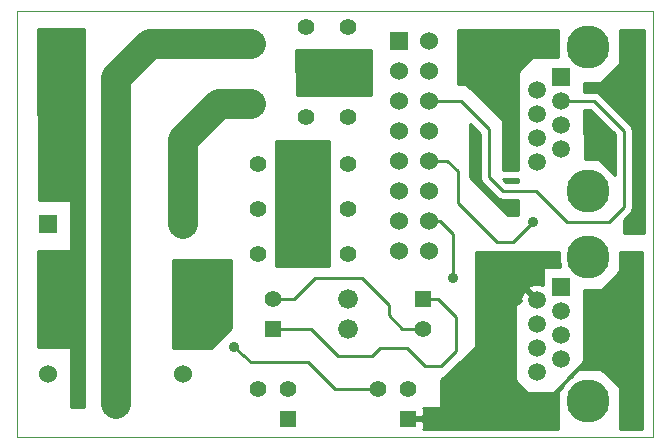
<source format=gtl>
G04 (created by PCBNEW (22-Jun-2014 BZR 4027)-stable) date Cts 25 Nis 2020 13:37:24 +03*
%MOIN*%
G04 Gerber Fmt 3.4, Leading zero omitted, Abs format*
%FSLAX34Y34*%
G01*
G70*
G90*
G04 APERTURE LIST*
%ADD10C,0.00590551*%
%ADD11C,0.00393701*%
%ADD12C,0.1437*%
%ADD13R,0.0591X0.0591*%
%ADD14C,0.0591*%
%ADD15R,0.055X0.055*%
%ADD16C,0.055*%
%ADD17R,0.06X0.06*%
%ADD18C,0.06*%
%ADD19C,0.066*%
%ADD20C,0.035*%
%ADD21C,0.01*%
%ADD22C,0.1*%
G04 APERTURE END LIST*
G54D10*
G54D11*
X6450Y-6400D02*
X6450Y-6450D01*
X27650Y-6400D02*
X27650Y-6450D01*
X6450Y-6400D02*
X27650Y-6400D01*
X6450Y-6500D02*
X6450Y-6450D01*
X6450Y-20600D02*
X6450Y-6500D01*
X27650Y-20600D02*
X6450Y-20600D01*
X27650Y-6450D02*
X27650Y-20600D01*
G54D12*
X25500Y-7600D03*
X25500Y-12400D03*
G54D13*
X24600Y-8600D03*
G54D14*
X23800Y-9050D03*
X24600Y-9400D03*
X23800Y-9850D03*
X24600Y-10200D03*
X23800Y-10650D03*
X24600Y-11000D03*
X23800Y-11450D03*
G54D15*
X19500Y-20000D03*
G54D16*
X19500Y-19000D03*
X18500Y-19000D03*
G54D15*
X15500Y-20000D03*
G54D16*
X15500Y-19000D03*
X14500Y-19000D03*
X17500Y-14500D03*
X14500Y-14500D03*
X17500Y-13000D03*
X14500Y-13000D03*
X16100Y-9950D03*
X16100Y-6950D03*
X17500Y-6950D03*
X17500Y-9950D03*
X17500Y-11500D03*
X14500Y-11500D03*
G54D17*
X19200Y-7400D03*
G54D18*
X20200Y-7400D03*
X19200Y-8400D03*
X20200Y-8400D03*
X19200Y-9400D03*
X20200Y-9400D03*
X19200Y-10400D03*
X20200Y-10400D03*
X19200Y-11400D03*
X20200Y-11400D03*
X19200Y-12400D03*
X20200Y-12400D03*
X19200Y-13400D03*
X20200Y-13400D03*
X19200Y-14400D03*
X20200Y-14400D03*
G54D19*
X17500Y-16000D03*
X17500Y-17000D03*
G54D15*
X15000Y-17000D03*
G54D16*
X15000Y-16000D03*
G54D15*
X20000Y-16000D03*
G54D16*
X20000Y-17000D03*
G54D12*
X25500Y-14600D03*
X25500Y-19400D03*
G54D13*
X24600Y-15600D03*
G54D14*
X23800Y-16050D03*
X24600Y-16400D03*
X23800Y-16850D03*
X24600Y-17200D03*
X23800Y-17650D03*
X24600Y-18000D03*
X23800Y-18450D03*
G54D17*
X14250Y-7500D03*
G54D18*
X14250Y-9500D03*
G54D17*
X7500Y-13500D03*
G54D18*
X7500Y-18500D03*
X9750Y-19500D03*
X12000Y-18500D03*
X12000Y-13500D03*
G54D20*
X21000Y-15300D03*
X23650Y-13450D03*
X13700Y-17600D03*
G54D21*
X15000Y-16000D02*
X15700Y-16000D01*
X19300Y-17000D02*
X20000Y-17000D01*
X18850Y-16550D02*
X19300Y-17000D01*
X18850Y-16200D02*
X18850Y-16550D01*
X17950Y-15300D02*
X18850Y-16200D01*
X16400Y-15300D02*
X17950Y-15300D01*
X15700Y-16000D02*
X16400Y-15300D01*
X21000Y-15300D02*
X21000Y-13850D01*
X21000Y-13850D02*
X20550Y-13400D01*
X20550Y-13400D02*
X20200Y-13400D01*
X20800Y-11400D02*
X20200Y-11400D01*
X21150Y-11750D02*
X20800Y-11400D01*
X21150Y-12800D02*
X21150Y-11750D01*
X22450Y-14100D02*
X21150Y-12800D01*
X23000Y-14100D02*
X22450Y-14100D01*
X23650Y-13450D02*
X23000Y-14100D01*
X24600Y-9400D02*
X25700Y-9400D01*
X21250Y-9400D02*
X20200Y-9400D01*
X22200Y-10350D02*
X21250Y-9400D01*
X22200Y-11950D02*
X22200Y-10350D01*
X22650Y-12400D02*
X22200Y-11950D01*
X23750Y-12400D02*
X22650Y-12400D01*
X24800Y-13450D02*
X23750Y-12400D01*
X26200Y-13450D02*
X24800Y-13450D01*
X26700Y-12950D02*
X26200Y-13450D01*
X26700Y-10400D02*
X26700Y-12950D01*
X25700Y-9400D02*
X26700Y-10400D01*
G54D22*
X9750Y-19500D02*
X9750Y-11750D01*
X9750Y-11750D02*
X9750Y-8650D01*
X9750Y-8650D02*
X10900Y-7500D01*
X10900Y-7500D02*
X14250Y-7500D01*
X13200Y-9500D02*
X14250Y-9500D01*
X12000Y-10700D02*
X13200Y-9500D01*
X12000Y-13500D02*
X12000Y-10700D01*
G54D21*
X17050Y-19000D02*
X18500Y-19000D01*
X16150Y-18100D02*
X17050Y-19000D01*
X14250Y-18100D02*
X16150Y-18100D01*
X13700Y-17600D02*
X14000Y-17870D01*
X14000Y-17870D02*
X14250Y-18100D01*
X15000Y-17000D02*
X16250Y-17000D01*
X20500Y-16000D02*
X20000Y-16000D01*
X21100Y-16600D02*
X20500Y-16000D01*
X21100Y-17750D02*
X21100Y-16600D01*
X20600Y-18250D02*
X21100Y-17750D01*
X20050Y-18250D02*
X20600Y-18250D01*
X19450Y-17650D02*
X20050Y-18250D01*
X18550Y-17650D02*
X19450Y-17650D01*
X18300Y-17900D02*
X18550Y-17650D01*
X17150Y-17900D02*
X18300Y-17900D01*
X16250Y-17000D02*
X17150Y-17900D01*
G54D10*
G36*
X27300Y-20350D02*
X26550Y-20350D01*
X26550Y-18928D01*
X25919Y-18350D01*
X25178Y-18350D01*
X24973Y-18569D01*
X24952Y-18578D01*
X24679Y-18850D01*
X24654Y-18911D01*
X24431Y-19150D01*
X24500Y-19150D01*
X24500Y-20350D01*
X20014Y-20350D01*
X20025Y-20324D01*
X20025Y-20112D01*
X19962Y-20050D01*
X19550Y-20050D01*
X19550Y-20057D01*
X19450Y-20057D01*
X19450Y-20050D01*
X19442Y-20050D01*
X19442Y-19950D01*
X19450Y-19950D01*
X19450Y-19942D01*
X19550Y-19942D01*
X19550Y-19950D01*
X19962Y-19950D01*
X20025Y-19887D01*
X20025Y-19675D01*
X20014Y-19650D01*
X20600Y-19650D01*
X20600Y-18721D01*
X21750Y-17621D01*
X21750Y-14450D01*
X24531Y-14450D01*
X24531Y-14791D01*
X24550Y-14836D01*
X24550Y-14950D01*
X24000Y-14950D01*
X24000Y-15542D01*
X23880Y-15499D01*
X23663Y-15510D01*
X23514Y-15572D01*
X23488Y-15667D01*
X23800Y-15979D01*
X23805Y-15973D01*
X23876Y-16044D01*
X23870Y-16050D01*
X23876Y-16055D01*
X23845Y-16086D01*
X23747Y-16079D01*
X23723Y-16055D01*
X23729Y-16050D01*
X23417Y-15738D01*
X23322Y-15764D01*
X23249Y-15969D01*
X23254Y-16071D01*
X23050Y-16225D01*
X23050Y-18720D01*
X23479Y-19150D01*
X24367Y-19150D01*
X25350Y-18069D01*
X25350Y-15700D01*
X25971Y-15700D01*
X26550Y-15069D01*
X26550Y-14450D01*
X27300Y-14450D01*
X27300Y-20350D01*
X27300Y-20350D01*
G37*
G54D21*
X27300Y-20350D02*
X26550Y-20350D01*
X26550Y-18928D01*
X25919Y-18350D01*
X25178Y-18350D01*
X24973Y-18569D01*
X24952Y-18578D01*
X24679Y-18850D01*
X24654Y-18911D01*
X24431Y-19150D01*
X24500Y-19150D01*
X24500Y-20350D01*
X20014Y-20350D01*
X20025Y-20324D01*
X20025Y-20112D01*
X19962Y-20050D01*
X19550Y-20050D01*
X19550Y-20057D01*
X19450Y-20057D01*
X19450Y-20050D01*
X19442Y-20050D01*
X19442Y-19950D01*
X19450Y-19950D01*
X19450Y-19942D01*
X19550Y-19942D01*
X19550Y-19950D01*
X19962Y-19950D01*
X20025Y-19887D01*
X20025Y-19675D01*
X20014Y-19650D01*
X20600Y-19650D01*
X20600Y-18721D01*
X21750Y-17621D01*
X21750Y-14450D01*
X24531Y-14450D01*
X24531Y-14791D01*
X24550Y-14836D01*
X24550Y-14950D01*
X24000Y-14950D01*
X24000Y-15542D01*
X23880Y-15499D01*
X23663Y-15510D01*
X23514Y-15572D01*
X23488Y-15667D01*
X23800Y-15979D01*
X23805Y-15973D01*
X23876Y-16044D01*
X23870Y-16050D01*
X23876Y-16055D01*
X23845Y-16086D01*
X23747Y-16079D01*
X23723Y-16055D01*
X23729Y-16050D01*
X23417Y-15738D01*
X23322Y-15764D01*
X23249Y-15969D01*
X23254Y-16071D01*
X23050Y-16225D01*
X23050Y-18720D01*
X23479Y-19150D01*
X24367Y-19150D01*
X25350Y-18069D01*
X25350Y-15700D01*
X25971Y-15700D01*
X26550Y-15069D01*
X26550Y-14450D01*
X27300Y-14450D01*
X27300Y-20350D01*
G54D10*
G36*
X24500Y-7950D02*
X23629Y-7950D01*
X23150Y-8429D01*
X23150Y-11700D01*
X22650Y-11700D01*
X22650Y-10028D01*
X21420Y-8850D01*
X21150Y-8850D01*
X21150Y-8350D01*
X21150Y-7050D01*
X24500Y-7050D01*
X24500Y-7950D01*
X24500Y-7950D01*
G37*
G54D21*
X24500Y-7950D02*
X23629Y-7950D01*
X23150Y-8429D01*
X23150Y-11700D01*
X22650Y-11700D01*
X22650Y-10028D01*
X21420Y-8850D01*
X21150Y-8850D01*
X21150Y-8350D01*
X21150Y-7050D01*
X24500Y-7050D01*
X24500Y-7950D01*
G54D10*
G36*
X18250Y-9200D02*
X15798Y-9200D01*
X15751Y-7700D01*
X18250Y-7700D01*
X18250Y-9200D01*
X18250Y-9200D01*
G37*
G54D21*
X18250Y-9200D02*
X15798Y-9200D01*
X15751Y-7700D01*
X18250Y-7700D01*
X18250Y-9200D01*
G54D10*
G36*
X16850Y-14900D02*
X15100Y-14900D01*
X15100Y-10750D01*
X16150Y-10750D01*
X16850Y-10750D01*
X16850Y-14900D01*
X16850Y-14900D01*
G37*
G54D21*
X16850Y-14900D02*
X15100Y-14900D01*
X15100Y-10750D01*
X16150Y-10750D01*
X16850Y-10750D01*
X16850Y-14900D01*
G54D10*
G36*
X13600Y-16979D02*
X12929Y-17650D01*
X11650Y-17650D01*
X11650Y-14700D01*
X13600Y-14700D01*
X13600Y-16979D01*
X13600Y-16979D01*
G37*
G54D21*
X13600Y-16979D02*
X12929Y-17650D01*
X11650Y-17650D01*
X11650Y-14700D01*
X13600Y-14700D01*
X13600Y-16979D01*
G54D10*
G36*
X8700Y-19600D02*
X8250Y-19600D01*
X8250Y-17600D01*
X7150Y-17600D01*
X7150Y-14500D01*
X7150Y-14450D01*
X7150Y-14400D01*
X8250Y-14400D01*
X8250Y-12700D01*
X7199Y-12700D01*
X7150Y-7000D01*
X8700Y-7000D01*
X8700Y-19600D01*
X8700Y-19600D01*
G37*
G54D21*
X8700Y-19600D02*
X8250Y-19600D01*
X8250Y-17600D01*
X7150Y-17600D01*
X7150Y-14500D01*
X7150Y-14450D01*
X7150Y-14400D01*
X8250Y-14400D01*
X8250Y-12700D01*
X7199Y-12700D01*
X7150Y-7000D01*
X8700Y-7000D01*
X8700Y-19600D01*
G54D10*
G36*
X26400Y-11879D02*
X25870Y-11350D01*
X25399Y-11350D01*
X25367Y-9700D01*
X25575Y-9700D01*
X26400Y-10524D01*
X26400Y-11879D01*
X26400Y-11879D01*
G37*
G54D21*
X26400Y-11879D02*
X25870Y-11350D01*
X25399Y-11350D01*
X25367Y-9700D01*
X25575Y-9700D01*
X26400Y-10524D01*
X26400Y-11879D01*
G54D10*
G36*
X27350Y-13800D02*
X26700Y-13800D01*
X26700Y-13374D01*
X26912Y-13162D01*
X26912Y-13162D01*
X26977Y-13064D01*
X26999Y-12950D01*
X27000Y-12950D01*
X27000Y-10400D01*
X26977Y-10285D01*
X26912Y-10187D01*
X26912Y-10187D01*
X25912Y-9187D01*
X25814Y-9122D01*
X25700Y-9100D01*
X25356Y-9100D01*
X25350Y-8800D01*
X25920Y-8800D01*
X26550Y-8170D01*
X26550Y-7050D01*
X27350Y-7050D01*
X27350Y-13800D01*
X27350Y-13800D01*
G37*
G54D21*
X27350Y-13800D02*
X26700Y-13800D01*
X26700Y-13374D01*
X26912Y-13162D01*
X26912Y-13162D01*
X26977Y-13064D01*
X26999Y-12950D01*
X27000Y-12950D01*
X27000Y-10400D01*
X26977Y-10285D01*
X26912Y-10187D01*
X26912Y-10187D01*
X25912Y-9187D01*
X25814Y-9122D01*
X25700Y-9100D01*
X25356Y-9100D01*
X25350Y-8800D01*
X25920Y-8800D01*
X26550Y-8170D01*
X26550Y-7050D01*
X27350Y-7050D01*
X27350Y-13800D01*
G54D10*
G36*
X23150Y-12100D02*
X22774Y-12100D01*
X22674Y-12000D01*
X23150Y-12000D01*
X23150Y-12100D01*
X23150Y-12100D01*
G37*
G54D21*
X23150Y-12100D02*
X22774Y-12100D01*
X22674Y-12000D01*
X23150Y-12000D01*
X23150Y-12100D01*
G54D10*
G36*
X23150Y-13200D02*
X22820Y-13200D01*
X21550Y-11929D01*
X21550Y-10300D01*
X21550Y-10170D01*
X21900Y-10520D01*
X21900Y-11950D01*
X21900Y-12000D01*
X21909Y-12000D01*
X21909Y-12000D01*
X21922Y-12064D01*
X21987Y-12162D01*
X22437Y-12612D01*
X22535Y-12677D01*
X22650Y-12700D01*
X23150Y-12700D01*
X23150Y-13200D01*
X23150Y-13200D01*
G37*
G54D21*
X23150Y-13200D02*
X22820Y-13200D01*
X21550Y-11929D01*
X21550Y-10300D01*
X21550Y-10170D01*
X21900Y-10520D01*
X21900Y-11950D01*
X21900Y-12000D01*
X21909Y-12000D01*
X21909Y-12000D01*
X21922Y-12064D01*
X21987Y-12162D01*
X22437Y-12612D01*
X22535Y-12677D01*
X22650Y-12700D01*
X23150Y-12700D01*
X23150Y-13200D01*
M02*

</source>
